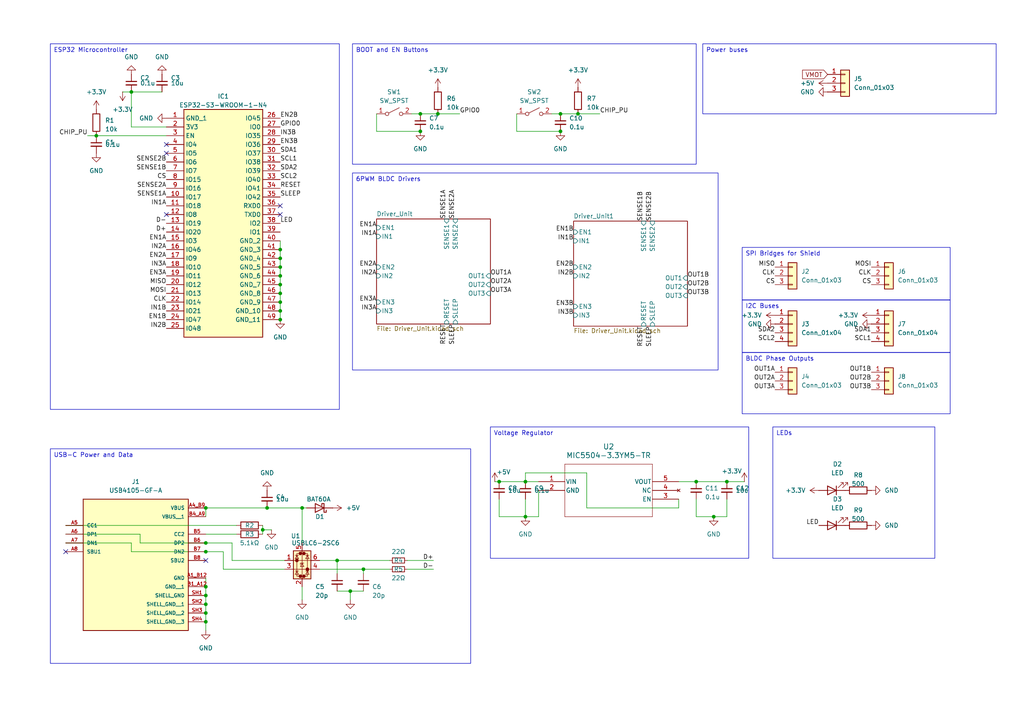
<source format=kicad_sch>
(kicad_sch (version 20250114) (generator "eeschema") (generator_version "9.0")
  (paper "A4")
  (lib_symbols
    (symbol "+3.3V_1" (power) (pin_numbers (hide yes)) (pin_names (offset 0) (hide yes))
      (property "Value" "+3.3V" (at 0 3.556 0))
      (symbol "+3.3V_1_0_1"
        (polyline (pts (xy -0.762 1.27) (xy 0 2.54)))
        (polyline (pts (xy 0 2.54) (xy 0.762 1.27)))
        (polyline (pts (xy 0 0) (xy 0 2.54)))
      )
      (symbol "+3.3V_1_1_1"
        (pin power_in line (at 0 0 90) (length 0) (name "~") (number "1"))
      )
    )
    (symbol "Connector_Generic:Conn_01x03" (pin_names (offset 1.016) (hide yes))
      (property "Reference" "J" (at 0 5.08 0))
      (property "Value" "Conn_01x03" (at 0 -5.08 0))
      (symbol "Conn_01x03_1_1"
        (rectangle (start -1.27 3.81) (end 1.27 -3.81) (stroke (width 0.254)) (fill (type background)))
        (rectangle (start -1.27 2.667) (end 0 2.413) (stroke (width 0.1524)))
        (rectangle (start -1.27 0.127) (end 0 -0.127) (stroke (width 0.1524)))
        (rectangle (start -1.27 -2.413) (end 0 -2.667) (stroke (width 0.1524)))
        (pin passive line (at -5.08 2.54 0) (length 3.81) (name "Pin_1") (number "1"))
        (pin passive line (at -5.08 0 0) (length 3.81) (name "Pin_2") (number "2"))
        (pin passive line (at -5.08 -2.54 0) (length 3.81) (name "Pin_3") (number "3"))
      )
    )
    (symbol "Connector_Generic:Conn_01x04" (pin_names (offset 1.016) (hide yes))
      (property "Reference" "J" (at 0 5.08 0))
      (property "Value" "Conn_01x04" (at 0 -7.62 0))
      (symbol "Conn_01x04_1_1"
        (rectangle (start -1.27 3.81) (end 1.27 -6.35) (stroke (width 0.254)) (fill (type background)))
        (rectangle (start -1.27 2.667) (end 0 2.413) (stroke (width 0.1524)))
        (rectangle (start -1.27 0.127) (end 0 -0.127) (stroke (width 0.1524)))
        (rectangle (start -1.27 -2.413) (end 0 -2.667) (stroke (width 0.1524)))
        (rectangle (start -1.27 -4.953) (end 0 -5.207) (stroke (width 0.1524)))
        (pin passive line (at -5.08 2.54 0) (length 3.81) (name "Pin_1") (number "1"))
        (pin passive line (at -5.08 0 0) (length 3.81) (name "Pin_2") (number "2"))
        (pin passive line (at -5.08 -2.54 0) (length 3.81) (name "Pin_3") (number "3"))
        (pin passive line (at -5.08 -5.08 0) (length 3.81) (name "Pin_4") (number "4"))
      )
    )
    (symbol "Device:C_Small" (pin_numbers (hide yes)) (pin_names (offset 0.254) (hide yes))
      (property "Reference" "C" (at 0.254 1.778 0))
      (property "Value" "C_Small" (at 0.254 -2.032 0))
      (symbol "C_Small_0_1"
        (polyline (pts (xy -1.524 0.508) (xy 1.524 0.508)) (stroke (width 0.3048)))
        (polyline (pts (xy -1.524 -0.508) (xy 1.524 -0.508)) (stroke (width 0.3302)))
      )
      (symbol "C_Small_1_1"
        (pin passive line (at 0 2.54 270) (length 2.032) (name "~") (number "1"))
        (pin passive line (at 0 -2.54 90) (length 2.032) (name "~") (number "2"))
      )
    )
    (symbol "Device:LED" (pin_numbers (hide yes)) (pin_names (offset 1.016) (hide yes))
      (property "Reference" "D" (at 0 2.54 0))
      (property "Value" "LED" (at 0 -2.54 0))
      (symbol "LED_0_1"
        (polyline (pts (xy -3.048 -0.762) (xy -4.572 -2.286) (xy -3.81 -2.286) (xy -4.572 -2.286) (xy -4.572 -1.524)))
        (polyline (pts (xy -1.778 -0.762) (xy -3.302 -2.286) (xy -2.54 -2.286) (xy -3.302 -2.286) (xy -3.302 -1.524)))
        (polyline (pts (xy -1.27 0) (xy 1.27 0)))
        (polyline (pts (xy -1.27 -1.27) (xy -1.27 1.27)) (stroke (width 0.254)))
        (polyline (pts (xy 1.27 -1.27) (xy 1.27 1.27) (xy -1.27 0) (xy 1.27 -1.27)) (stroke (width 0.254)))
      )
      (symbol "LED_1_1"
        (pin passive line (at -3.81 0 0) (length 2.54) (name "K") (number "1"))
        (pin passive line (at 3.81 0 180) (length 2.54) (name "A") (number "2"))
      )
    )
    (symbol "Device:R" (pin_numbers (hide yes)) (pin_names (offset 0))
      (property "Reference" "R" (at 2.032 0 90))
      (property "Value" "R" (at 0 0 90))
      (symbol "R_0_1"
        (rectangle (start -1.016 -2.54) (end 1.016 2.54) (stroke (width 0.254)))
      )
      (symbol "R_1_1"
        (pin passive line (at 0 3.81 270) (length 1.27) (name "~") (number "1"))
        (pin passive line (at 0 -3.81 90) (length 1.27) (name "~") (number "2"))
      )
    )
    (symbol "Device:R_Small" (pin_numbers (hide yes)) (pin_names (offset 0.254) (hide yes))
      (property "Reference" "R" (at 0 0 90))
      (property "Value" "R_Small" (at 1.778 0 90))
      (symbol "R_Small_0_1"
        (rectangle (start -0.762 1.778) (end 0.762 -1.778) (stroke (width 0.2032)))
      )
      (symbol "R_Small_1_1"
        (pin passive line (at 0 2.54 270) (length 0.762) (name "~") (number "1"))
        (pin passive line (at 0 -2.54 90) (length 0.762) (name "~") (number "2"))
      )
    )
    (symbol "Diode:BAT60A" (pin_numbers (hide yes)) (pin_names (offset 1.016) (hide yes))
      (property "Reference" "D" (at 0 2.54 0))
      (property "Value" "BAT60A" (at 0 -2.54 0))
      (symbol "BAT60A_0_1"
        (polyline (pts (xy -1.905 0.635) (xy -1.905 1.27) (xy -1.27 1.27) (xy -1.27 -1.27) (xy -0.635 -1.27) (xy -0.635 -0.635)) (stroke (width 0.254)))
        (polyline (pts (xy 1.27 1.27) (xy 1.27 -1.27) (xy -1.27 0) (xy 1.27 1.27)) (stroke (width 0.254)))
        (polyline (pts (xy 1.27 0) (xy -1.27 0)))
      )
      (symbol "BAT60A_1_1"
        (pin passive line (at -3.81 0 0) (length 2.54) (name "K") (number "1"))
        (pin passive line (at 3.81 0 180) (length 2.54) (name "A") (number "2"))
      )
    )
    (symbol "ESP32-S3-WROOM-1-N4:ESP32-S3-WROOM-1-N4"
      (property "Reference" "IC" (at 29.21 7.62 0))
      (property "Value" "ESP32-S3-WROOM-1-N4" (at 29.21 5.08 0))
      (symbol "ESP32-S3-WROOM-1-N4_1_1"
        (rectangle (start 5.08 2.54) (end 27.94 -63.5) (stroke (width 0.254)) (fill (type background)))
        (pin passive line (at 0 0 0) (length 5.08) (name "GND_1") (number "1"))
        (pin passive line (at 0 -2.54 0) (length 5.08) (name "3V3") (number "2"))
        (pin passive line (at 0 -5.08 0) (length 5.08) (name "EN") (number "3"))
        (pin passive line (at 0 -7.62 0) (length 5.08) (name "IO4") (number "4"))
        (pin passive line (at 0 -10.16 0) (length 5.08) (name "IO5") (number "5"))
        (pin passive line (at 0 -12.7 0) (length 5.08) (name "IO6") (number "6"))
        (pin passive line (at 0 -15.24 0) (length 5.08) (name "IO7") (number "7"))
        (pin passive line (at 0 -17.78 0) (length 5.08) (name "IO15") (number "8"))
        (pin passive line (at 0 -20.32 0) (length 5.08) (name "IO16") (number "9"))
        (pin passive line (at 0 -22.86 0) (length 5.08) (name "IO17") (number "10"))
        (pin passive line (at 0 -25.4 0) (length 5.08) (name "IO18") (number "11"))
        (pin passive line (at 0 -27.94 0) (length 5.08) (name "IO8") (number "12"))
        (pin passive line (at 0 -30.48 0) (length 5.08) (name "IO19") (number "13"))
        (pin passive line (at 0 -33.02 0) (length 5.08) (name "IO20") (number "14"))
        (pin passive line (at 0 -35.56 0) (length 5.08) (name "IO3") (number "15"))
        (pin passive line (at 0 -38.1 0) (length 5.08) (name "IO46") (number "16"))
        (pin passive line (at 0 -40.64 0) (length 5.08) (name "IO9") (number "17"))
        (pin passive line (at 0 -43.18 0) (length 5.08) (name "IO10") (number "18"))
        (pin passive line (at 0 -45.72 0) (length 5.08) (name "IO11") (number "19"))
        (pin passive line (at 0 -48.26 0) (length 5.08) (name "IO12") (number "20"))
        (pin passive line (at 0 -50.8 0) (length 5.08) (name "IO13") (number "21"))
        (pin passive line (at 0 -53.34 0) (length 5.08) (name "IO14") (number "22"))
        (pin passive line (at 0 -55.88 0) (length 5.08) (name "IO21") (number "23"))
        (pin passive line (at 0 -58.42 0) (length 5.08) (name "IO47") (number "24"))
        (pin passive line (at 0 -60.96 0) (length 5.08) (name "IO48") (number "25"))
        (pin passive line (at 33.02 0 180) (length 5.08) (name "IO45") (number "26"))
        (pin passive line (at 33.02 -2.54 180) (length 5.08) (name "IO0") (number "27"))
        (pin passive line (at 33.02 -5.08 180) (length 5.08) (name "IO35") (number "28"))
        (pin passive line (at 33.02 -7.62 180) (length 5.08) (name "IO36") (number "29"))
        (pin passive line (at 33.02 -10.16 180) (length 5.08) (name "IO37") (number "30"))
        (pin passive line (at 33.02 -12.7 180) (length 5.08) (name "IO38") (number "31"))
        (pin passive line (at 33.02 -15.24 180) (length 5.08) (name "IO39") (number "32"))
        (pin passive line (at 33.02 -17.78 180) (length 5.08) (name "IO40") (number "33"))
        (pin passive line (at 33.02 -20.32 180) (length 5.08) (name "IO41") (number "34"))
        (pin passive line (at 33.02 -22.86 180) (length 5.08) (name "IO42") (number "35"))
        (pin passive line (at 33.02 -25.4 180) (length 5.08) (name "RXD0") (number "36"))
        (pin passive line (at 33.02 -27.94 180) (length 5.08) (name "TXD0") (number "37"))
        (pin passive line (at 33.02 -30.48 180) (length 5.08) (name "IO2") (number "38"))
        (pin passive line (at 33.02 -33.02 180) (length 5.08) (name "IO1") (number "39"))
        (pin passive line (at 33.02 -35.56 180) (length 5.08) (name "GND_2") (number "40"))
        (pin passive line (at 33.02 -38.1 180) (length 5.08) (name "GND_3") (number "41"))
        (pin passive line (at 33.02 -40.64 180) (length 5.08) (name "GND_4") (number "42"))
        (pin passive line (at 33.02 -43.18 180) (length 5.08) (name "GND_5") (number "43"))
        (pin passive line (at 33.02 -45.72 180) (length 5.08) (name "GND_6") (number "44"))
        (pin passive line (at 33.02 -48.26 180) (length 5.08) (name "GND_7") (number "45"))
        (pin passive line (at 33.02 -50.8 180) (length 5.08) (name "GND_8") (number "46"))
        (pin passive line (at 33.02 -53.34 180) (length 5.08) (name "GND_9") (number "47"))
        (pin passive line (at 33.02 -55.88 180) (length 5.08) (name "GND_10") (number "48"))
        (pin passive line (at 33.02 -58.42 180) (length 5.08) (name "GND_11") (number "49"))
      )
    )
    (symbol "GND_1" (power) (pin_numbers (hide yes)) (pin_names (offset 0) (hide yes))
      (property "Value" "GND" (at 0 -3.81 0))
      (symbol "GND_1_0_1"
        (polyline (pts (xy 0 0) (xy 0 -1.27) (xy 1.27 -1.27) (xy 0 -2.54) (xy -1.27 -1.27) (xy 0 -1.27)))
      )
      (symbol "GND_1_1_1"
        (pin power_in line (at 0 0 270) (length 0) (name "~") (number "1"))
      )
    )
    (symbol "GND_2" (power) (pin_numbers (hide yes)) (pin_names (offset 0) (hide yes))
      (property "Value" "GND" (at 0 -3.81 0))
      (symbol "GND_2_0_1"
        (polyline (pts (xy 0 0) (xy 0 -1.27) (xy 1.27 -1.27) (xy 0 -2.54) (xy -1.27 -1.27) (xy 0 -1.27)))
      )
      (symbol "GND_2_1_1"
        (pin power_in line (at 0 0 270) (length 0) (name "~") (number "1"))
      )
    )
    (symbol "GND_3" (power) (pin_numbers (hide yes)) (pin_names (offset 0) (hide yes))
      (property "Value" "GND" (at 0 -3.81 0))
      (symbol "GND_3_0_1"
        (polyline (pts (xy 0 0) (xy 0 -1.27) (xy 1.27 -1.27) (xy 0 -2.54) (xy -1.27 -1.27) (xy 0 -1.27)))
      )
      (symbol "GND_3_1_1"
        (pin power_in line (at 0 0 270) (length 0) (name "~") (number "1"))
      )
    )
    (symbol "GND_4" (power) (pin_numbers (hide yes)) (pin_names (offset 0) (hide yes))
      (property "Value" "GND" (at 0 -3.81 0))
      (symbol "GND_4_0_1"
        (polyline (pts (xy 0 0) (xy 0 -1.27) (xy 1.27 -1.27) (xy 0 -2.54) (xy -1.27 -1.27) (xy 0 -1.27)))
      )
      (symbol "GND_4_1_1"
        (pin power_in line (at 0 0 270) (length 0) (name "~") (number "1"))
      )
    )
    (symbol "MIC5504:MIC5504-3.3YM5-TR" (pin_names (offset 0.254))
      (property "Reference" "U" (at 20.32 10.16 0))
      (property "Value" "MIC5504-3.3YM5-TR" (at 20.32 7.62 0))
      (symbol "MIC5504-3.3YM5-TR_0_1"
        (polyline (pts (xy 7.62 5.08) (xy 7.62 -10.16)) (stroke (width 0.127)))
        (polyline (pts (xy 7.62 -10.16) (xy 33.02 -10.16)) (stroke (width 0.127)))
        (polyline (pts (xy 33.02 5.08) (xy 7.62 5.08)) (stroke (width 0.127)))
        (polyline (pts (xy 33.02 -10.16) (xy 33.02 5.08)) (stroke (width 0.127)))
        (pin input line (at 0 0 0) (length 7.62) (name "VIN") (number "1"))
        (pin power_in line (at 0 -2.54 0) (length 7.62) (name "GND") (number "2"))
        (pin output line (at 40.64 0 180) (length 7.62) (name "VOUT") (number "5"))
        (pin no_connect line (at 40.64 -2.54 180) (length 7.62) (name "NC") (number "4"))
        (pin input line (at 40.64 -5.08 180) (length 7.62) (name "EN") (number "3"))
      )
    )
    (symbol "Power_Protection:USBLC6-2SC6" (pin_names (hide yes))
      (property "Reference" "U" (at 0.635 5.715 0))
      (property "Value" "USBLC6-2SC6" (at 0.635 3.81 0))
      (symbol "USBLC6-2SC6_0_0"
        (circle (center -1.524 0) (radius 0.0001) (stroke (width 0.508)))
        (circle (center -0.508 2.032) (radius 0.0001) (stroke (width 0.508)))
        (circle (center -0.508 -4.572) (radius 0.0001) (stroke (width 0.508)))
        (circle (center 0.508 2.032) (radius 0.0001) (stroke (width 0.508)))
        (circle (center 0.508 -4.572) (radius 0.0001) (stroke (width 0.508)))
        (circle (center 1.524 -2.54) (radius 0.0001) (stroke (width 0.508)))
      )
      (symbol "USBLC6-2SC6_0_1"
        (polyline (pts (xy -2.54 0) (xy 2.54 0)))
        (polyline (pts (xy -2.54 -2.54) (xy 2.54 -2.54)))
        (polyline (pts (xy -2.032 0.508) (xy -1.016 0.508) (xy -1.524 1.524) (xy -2.032 0.508)))
        (polyline (pts (xy -2.032 -3.048) (xy -1.016 -3.048)))
        (polyline (pts (xy -1.016 1.524) (xy -2.032 1.524)))
        (polyline (pts (xy -1.016 -4.064) (xy -2.032 -4.064) (xy -1.524 -3.048) (xy -1.016 -4.064)))
        (polyline (pts (xy -0.508 -1.143) (xy -0.508 -0.762) (xy 0.508 -0.762)))
        (polyline (pts (xy 0 2.54) (xy -0.508 2.032) (xy 0.508 2.032) (xy 0 1.524) (xy 0 -4.064) (xy -0.508 -4.572) (xy 0.508 -4.572) (xy 0 -5.08)))
        (polyline (pts (xy 0.508 -1.778) (xy -0.508 -1.778) (xy 0 -0.762) (xy 0.508 -1.778)))
        (polyline (pts (xy 1.016 1.524) (xy 2.032 1.524)))
        (polyline (pts (xy 1.016 -3.048) (xy 2.032 -3.048)))
        (polyline (pts (xy 2.032 0.508) (xy 1.016 0.508) (xy 1.524 1.524) (xy 2.032 0.508)))
        (polyline (pts (xy 2.032 -4.064) (xy 1.016 -4.064) (xy 1.524 -3.048) (xy 2.032 -4.064)))
      )
      (symbol "USBLC6-2SC6_1_1"
        (rectangle (start -2.54 2.794) (end 2.54 -5.334) (stroke (width 0.254)) (fill (type background)))
        (polyline (pts (xy -0.508 2.032) (xy -1.524 2.032) (xy -1.524 -4.572) (xy -0.508 -4.572)))
        (polyline (pts (xy 0.508 -4.572) (xy 1.524 -4.572) (xy 1.524 2.032) (xy 0.508 2.032)))
        (pin passive line (at -5.08 0 0) (length 2.54) (name "I/O1") (number "1"))
        (pin passive line (at -5.08 -2.54 0) (length 2.54) (name "I/O2") (number "3"))
        (pin passive line (at 0 5.08 270) (length 2.54) (name "VBUS") (number "5"))
        (pin passive line (at 0 -7.62 90) (length 2.54) (name "GND") (number "2"))
        (pin passive line (at 5.08 0 180) (length 2.54) (name "I/O1") (number "6"))
        (pin passive line (at 5.08 -2.54 180) (length 2.54) (name "I/O2") (number "4"))
      )
    )
    (symbol "Switch:SW_SPST" (pin_names (offset 0) (hide yes))
      (property "Reference" "SW" (at 0 3.175 0))
      (property "Value" "SW_SPST" (at 0 -2.54 0))
      (symbol "SW_SPST_0_0"
        (circle (center -2.032 0) (radius 0.508))
        (polyline (pts (xy -1.524 0.254) (xy 1.524 1.778)))
        (circle (center 2.032 0) (radius 0.508))
      )
      (symbol "SW_SPST_1_1"
        (pin passive line (at -5.08 0 0) (length 2.54) (name "A") (number "1"))
        (pin passive line (at 5.08 0 180) (length 2.54) (name "B") (number "2"))
      )
    )
    (symbol "USB4105-GF-A:USB4105-GF-A" (pin_names (offset 1.016))
      (property "Reference" "J" (at -15.24 13.97 0))
      (property "Value" "USB4105-GF-A" (at -15.24 -27.94 0))
      (symbol "USB4105-GF-A_0_0"
        (rectangle (start -15.24 -25.4) (end 15.24 12.7) (stroke (width 0.254)) (fill (type background)))
        (pin bidirectional line (at -20.32 5.08 0) (length 5.08) (name "CC1") (number "A5"))
        (pin bidirectional line (at -20.32 2.54 0) (length 5.08) (name "DP1") (number "A6"))
        (pin bidirectional line (at -20.32 0 0) (length 5.08) (name "DN1") (number "A7"))
        (pin bidirectional line (at -20.32 -2.54 0) (length 5.08) (name "SBU1") (number "A8"))
        (pin power_in line (at 20.32 10.16 180) (length 5.08) (name "VBUS") (number "A4_B9"))
        (pin power_in line (at 20.32 7.62 180) (length 5.08) (name "VBUS__1") (number "B4_A9"))
        (pin bidirectional line (at 20.32 2.54 180) (length 5.08) (name "CC2") (number "B5"))
        (pin bidirectional line (at 20.32 0 180) (length 5.08) (name "DP2") (number "B6"))
        (pin bidirectional line (at 20.32 -2.54 180) (length 5.08) (name "DN2") (number "B7"))
        (pin bidirectional line (at 20.32 -5.08 180) (length 5.08) (name "SBU2") (number "B8"))
        (pin power_in line (at 20.32 -10.16 180) (length 5.08) (name "GND") (number "A1_B12"))
        (pin power_in line (at 20.32 -12.7 180) (length 5.08) (name "GND__1") (number "B1_A12"))
        (pin power_in line (at 20.32 -15.24 180) (length 5.08) (name "SHELL_GND") (number "SH1"))
        (pin power_in line (at 20.32 -17.78 180) (length 5.08) (name "SHELL_GND__1") (number "SH2"))
        (pin power_in line (at 20.32 -20.32 180) (length 5.08) (name "SHELL_GND__2") (number "SH3"))
        (pin power_in line (at 20.32 -22.86 180) (length 5.08) (name "SHELL_GND__3") (number "SH4"))
      )
    )
    (symbol "power:+3.3V" (power) (pin_numbers (hide yes)) (pin_names (offset 0) (hide yes))
      (property "Value" "+3.3V" (at 0 3.556 0))
      (symbol "+3.3V_0_1"
        (polyline (pts (xy -0.762 1.27) (xy 0 2.54)))
        (polyline (pts (xy 0 2.54) (xy 0.762 1.27)))
        (polyline (pts (xy 0 0) (xy 0 2.54)))
      )
      (symbol "+3.3V_1_1"
        (pin power_in line (at 0 0 90) (length 0) (name "~") (number "1"))
      )
    )
    (symbol "power:+5V" (power) (pin_numbers (hide yes)) (pin_names (offset 0) (hide yes))
      (property "Value" "+5V" (at 0 3.556 0))
      (symbol "+5V_0_1"
        (polyline (pts (xy -0.762 1.27) (xy 0 2.54)))
        (polyline (pts (xy 0 2.54) (xy 0.762 1.27)))
        (polyline (pts (xy 0 0) (xy 0 2.54)))
      )
      (symbol "+5V_1_1"
        (pin power_in line (at 0 0 90) (length 0) (name "~") (number "1"))
      )
    )
    (symbol "power:GND" (power) (pin_numbers (hide yes)) (pin_names (offset 0) (hide yes))
      (property "Value" "GND" (at 0 -3.81 0))
      (symbol "GND_0_1"
        (polyline (pts (xy 0 0) (xy 0 -1.27) (xy 1.27 -1.27) (xy 0 -2.54) (xy -1.27 -1.27) (xy 0 -1.27)))
      )
      (symbol "GND_1_1"
        (pin power_in line (at 0 0 270) (length 0) (name "~") (number "1"))
      )
    )
  )
  (text_box "BLDC Phase Outputs" (at 215.265 102.235 0) (size 60.325 17.78) (margins 0.9525 0.9525 0.9525 0.9525) (effects (font (size 1.27 1.27)) (justify left top)))
  (text_box "SPI Bridges for Shield" (at 215.265 71.755 0) (size 60.325 15.24) (margins 0.9525 0.9525 0.9525 0.9525) (effects (font (size 1.27 1.27)) (justify left top)))
  (text_box "I2C Buses" (at 215.265 86.995 0) (size 60.325 15.24) (margins 0.9525 0.9525 0.9525 0.9525) (effects (font (size 1.27 1.27)) (justify left top)))
  (text_box "Voltage Regulator" (at 142.24 123.825 0) (size 74.93 38.1) (margins 0.9525 0.9525 0.9525 0.9525) (effects (font (size 1.27 1.27)) (justify left top)))
  (text_box "LEDs" (at 224.155 123.825 0) (size 46.99 38.1) (margins 0.9525 0.9525 0.9525 0.9525) (effects (font (size 1.27 1.27)) (justify left top)))
  (text_box "ESP32 Microcontroller" (at 14.605 12.7 0) (size 83.82 106.045) (margins 0.9525 0.9525 0.9525 0.9525) (effects (font (size 1.27 1.27)) (justify left top)))
  (text_box "BOOT and EN Buttons" (at 102.235 12.7 0) (size 99.695 34.925) (margins 0.9525 0.9525 0.9525 0.9525) (effects (font (size 1.27 1.27)) (justify left top)))
  (text_box "Power buses" (at 203.835 12.7 0) (size 85.09 20.32) (margins 0.9525 0.9525 0.9525 0.9525) (effects (font (size 1.27 1.27)) (justify left top)))
  (text_box "6PWM BLDC Drivers" (at 102.235 50.165 0) (size 106.045 57.15) (margins 0.9525 0.9525 0.9525 0.9525) (effects (font (size 1.27 1.27)) (justify left top)))
  (text_box "USB-C Power and Data" (at 14.605 130.175 0) (size 121.92 62.23) (margins 0.9525 0.9525 0.9525 0.9525) (effects (font (size 1.27 1.27)) (justify left top)))
  (junction (at 152.4 139.7))
  (junction (at 207.01 149.86))
  (junction (at 127 33.02))
  (junction (at 59.69 177.8))
  (junction (at 152.4 149.86))
  (junction (at 27.94 39.37))
  (junction (at 87.63 147.32))
  (junction (at 105.41 165.1))
  (junction (at 77.47 147.32))
  (junction (at 76.2 153.67))
  (junction (at 59.69 180.34))
  (junction (at 97.79 162.56))
  (junction (at 38.1 26.67))
  (junction (at 81.28 82.55))
  (junction (at 59.69 147.32))
  (junction (at 210.82 139.7))
  (junction (at 121.92 38.1))
  (junction (at 81.28 87.63))
  (junction (at 81.28 80.01))
  (junction (at 81.28 74.93))
  (junction (at 81.28 90.17))
  (junction (at 59.69 157.48))
  (junction (at 59.69 170.18))
  (junction (at 81.28 72.39))
  (junction (at 59.69 175.26))
  (junction (at 101.6 171.45))
  (junction (at 59.69 172.72))
  (junction (at 201.93 139.7))
  (junction (at 121.92 33.02))
  (junction (at 59.69 160.02))
  (junction (at 162.56 33.02))
  (junction (at 144.78 139.7))
  (junction (at 81.28 85.09))
  (junction (at 167.64 33.02))
  (junction (at 162.56 38.1))
  (junction (at 81.28 77.47))
  (junction (at 81.28 92.71))
  (no_connect (at 19.05 160.02))
  (no_connect (at 59.69 162.56))
  (no_connect (at 81.28 59.69))
  (no_connect (at 48.26 62.23))
  (no_connect (at 81.28 62.23))
  (no_connect (at 48.26 41.91))
  (no_connect (at 48.26 44.45))
  (wire (pts (xy 19.05 152.4) (xy 68.58 152.4)))
  (wire (pts (xy 119.38 33.02) (xy 121.92 33.02)))
  (wire (pts (xy 81.28 90.17) (xy 81.28 92.71)))
  (wire (pts (xy 207.01 149.86) (xy 210.82 149.86)))
  (wire (pts (xy 81.28 77.47) (xy 81.28 80.01)))
  (wire (pts (xy 170.18 147.32) (xy 170.18 137.16)))
  (wire (pts (xy 109.22 38.1) (xy 121.92 38.1)))
  (wire (pts (xy 40.64 154.94) (xy 40.64 157.48)))
  (wire (pts (xy 81.28 85.09) (xy 81.28 87.63)))
  (wire (pts (xy 77.47 147.32) (xy 87.63 147.32)))
  (wire (pts (xy 196.85 147.32) (xy 170.18 147.32)))
  (wire (pts (xy 152.4 144.78) (xy 152.4 149.86)))
  (wire (pts (xy 105.41 165.1) (xy 113.03 165.1)))
  (wire (pts (xy 76.2 153.67) (xy 78.74 153.67)))
  (wire (pts (xy 170.18 137.16) (xy 152.4 137.16)))
  (wire (pts (xy 59.69 147.32) (xy 77.47 147.32)))
  (wire (pts (xy 27.94 39.37) (xy 48.26 39.37)))
  (wire (pts (xy 92.71 162.56) (xy 97.79 162.56)))
  (wire (pts (xy 19.05 157.48) (xy 38.1 157.48)))
  (wire (pts (xy 97.79 162.56) (xy 113.03 162.56)))
  (wire (pts (xy 149.86 33.02) (xy 149.86 38.1)))
  (wire (pts (xy 81.28 80.01) (xy 81.28 82.55)))
  (wire (pts (xy 67.31 162.56) (xy 82.55 162.56)))
  (wire (pts (xy 87.63 147.32) (xy 87.63 157.48)))
  (wire (pts (xy 97.79 162.56) (xy 97.79 166.37)))
  (wire (pts (xy 201.93 139.7) (xy 210.82 139.7)))
  (wire (pts (xy 144.78 144.78) (xy 144.78 149.86)))
  (wire (pts (xy 144.78 149.86) (xy 152.4 149.86)))
  (wire (pts (xy 87.63 173.99) (xy 87.63 170.18)))
  (wire (pts (xy 210.82 139.7) (xy 215.9 139.7)))
  (wire (pts (xy 59.69 157.48) (xy 67.31 157.48)))
  (wire (pts (xy 81.28 82.55) (xy 81.28 85.09)))
  (wire (pts (xy 67.31 162.56) (xy 67.31 157.48)))
  (wire (pts (xy 162.56 33.02) (xy 167.64 33.02)))
  (wire (pts (xy 59.69 154.94) (xy 68.58 154.94)))
  (wire (pts (xy 76.2 153.67) (xy 76.2 154.94)))
  (wire (pts (xy 105.41 165.1) (xy 105.41 166.37)))
  (wire (pts (xy 59.69 177.8) (xy 59.69 180.34)))
  (wire (pts (xy 25.4 39.37) (xy 27.94 39.37)))
  (wire (pts (xy 59.69 180.34) (xy 59.69 182.88)))
  (wire (pts (xy 87.63 147.32) (xy 88.9 147.32)))
  (wire (pts (xy 59.69 160.02) (xy 64.77 160.02)))
  (wire (pts (xy 149.86 38.1) (xy 162.56 38.1)))
  (wire (pts (xy 152.4 137.16) (xy 152.4 139.7)))
  (wire (pts (xy 144.78 139.7) (xy 152.4 139.7)))
  (wire (pts (xy 59.69 175.26) (xy 59.69 177.8)))
  (wire (pts (xy 59.69 167.64) (xy 59.69 170.18)))
  (wire (pts (xy 35.56 26.67) (xy 38.1 26.67)))
  (wire (pts (xy 40.64 157.48) (xy 59.69 157.48)))
  (wire (pts (xy 196.85 147.32) (xy 196.85 144.78)))
  (wire (pts (xy 38.1 160.02) (xy 59.69 160.02)))
  (wire (pts (xy 76.2 152.4) (xy 76.2 153.67)))
  (wire (pts (xy 38.1 36.83) (xy 48.26 36.83)))
  (wire (pts (xy 38.1 26.67) (xy 46.99 26.67)))
  (wire (pts (xy 64.77 165.1) (xy 82.55 165.1)))
  (wire (pts (xy 38.1 157.48) (xy 38.1 160.02)))
  (wire (pts (xy 19.05 154.94) (xy 40.64 154.94)))
  (wire (pts (xy 81.28 69.85) (xy 81.28 72.39)))
  (wire (pts (xy 81.28 74.93) (xy 81.28 77.47)))
  (wire (pts (xy 64.77 165.1) (xy 64.77 160.02)))
  (wire (pts (xy 59.69 172.72) (xy 59.69 175.26)))
  (wire (pts (xy 92.71 165.1) (xy 105.41 165.1)))
  (wire (pts (xy 121.92 33.02) (xy 127 33.02)))
  (wire (pts (xy 143.51 139.7) (xy 144.78 139.7)))
  (wire (pts (xy 97.79 171.45) (xy 101.6 171.45)))
  (wire (pts (xy 59.69 170.18) (xy 59.69 172.72)))
  (wire (pts (xy 201.93 144.78) (xy 201.93 149.86)))
  (wire (pts (xy 196.85 139.7) (xy 201.93 139.7)))
  (wire (pts (xy 118.11 165.1) (xy 125.73 165.1)))
  (wire (pts (xy 210.82 144.78) (xy 210.82 149.86)))
  (wire (pts (xy 118.11 162.56) (xy 125.73 162.56)))
  (wire (pts (xy 81.28 72.39) (xy 81.28 74.93)))
  (wire (pts (xy 152.4 139.7) (xy 156.21 139.7)))
  (wire (pts (xy 101.6 171.45) (xy 105.41 171.45)))
  (wire (pts (xy 101.6 171.45) (xy 101.6 173.99)))
  (wire (pts (xy 160.02 33.02) (xy 162.56 33.02)))
  (wire (pts (xy 201.93 149.86) (xy 207.01 149.86)))
  (wire (pts (xy 127 33.02) (xy 133.35 33.02)))
  (wire (pts (xy 156.21 149.86) (xy 152.4 149.86)))
  (wire (pts (xy 38.1 26.67) (xy 38.1 36.83)))
  (wire (pts (xy 167.64 33.02) (xy 173.99 33.02)))
  (wire (pts (xy 156.21 142.24) (xy 156.21 149.86)))
  (wire (pts (xy 59.69 147.32) (xy 59.69 149.86)))
  (wire (pts (xy 109.22 33.02) (xy 109.22 38.1)))
  (wire (pts (xy 81.28 87.63) (xy 81.28 90.17)))
  (label "CS" (at 48.26 52.07 180))
  (label "CHIP_PU" (at 25.4 39.37 180))
  (label "SDA2" (at 81.28 49.53 0))
  (label "CS" (at 252.73 82.55 180))
  (label "EN3A" (at 48.26 80.01 180))
  (label "D+" (at 125.73 162.56 180))
  (label "CS" (at 224.79 82.55 180))
  (label "EN1B" (at 48.26 92.71 180))
  (label "IN1A" (at 48.26 59.69 180))
  (label "D-" (at 48.26 64.77 180))
  (label "OUT1B" (at 252.73 107.95 180))
  (label "SENSE1A" (at 48.26 57.15 180))
  (label "EN1A" (at 48.26 69.85 180))
  (label "OUT2A" (at 224.79 110.49 180))
  (label "SCL2" (at 81.28 52.07 0))
  (label "SENSE1B" (at 48.26 49.53 180))
  (label "SDA1" (at 252.73 96.52 180))
  (label "CLK" (at 48.26 87.63 180))
  (label "IN2A" (at 48.26 72.39 180))
  (label "LED" (at 81.28 64.77 0))
  (label "SCL2" (at 224.79 99.06 180))
  (label "EN1B" (at 166.37 67.31 180))
  (label "EN1A" (at 109.22 66.04 180))
  (label "D+" (at 48.26 67.31 180))
  (label "GPIO0" (at 133.35 33.02 0))
  (label "EN3A" (at 109.22 87.63 180))
  (label "EN3B" (at 81.28 41.91 0))
  (label "EN2A" (at 109.22 77.47 180))
  (label "LED" (at 237.49 152.4 180))
  (label "OUT3B" (at 199.39 85.725 0))
  (label "MOSI" (at 252.73 77.47 180))
  (label "IN1A" (at 109.22 68.58 180))
  (label "CLK" (at 252.73 80.01 180))
  (label "CLK" (at 224.79 80.01 180))
  (label "SDA1" (at 81.28 44.45 0))
  (label "OUT1B" (at 199.39 80.645 0))
  (label "D-" (at 125.73 165.1 180))
  (label "EN2B" (at 81.28 34.29 0))
  (label "SENSE2A" (at 48.26 54.61 180))
  (label "SENSE1A" (at 129.54 63.5 90))
  (label "OUT3A" (at 224.79 113.03 180))
  (label "SDA2" (at 224.79 96.52 180))
  (label "RESET" (at 81.28 54.61 0))
  (label "SCL1" (at 81.28 46.99 0))
  (label "EN2B" (at 166.37 77.47 180))
  (label "RESET" (at 186.69 94.615 270))
  (label "EN3B" (at 166.37 88.9 180))
  (label "OUT2B" (at 252.73 110.49 180))
  (label "IN3A" (at 48.26 77.47 180))
  (label "SENSE2A" (at 132.08 63.5 90))
  (label "MOSI" (at 48.26 85.09 180))
  (label "SENSE2B" (at 48.26 46.99 180))
  (label "OUT2B" (at 199.39 83.185 0))
  (label "OUT2A" (at 142.24 82.55 0))
  (label "OUT3A" (at 142.24 85.09 0))
  (label "MISO" (at 224.79 77.47 180))
  (label "IN3B" (at 81.28 39.37 0))
  (label "IN3B" (at 166.37 91.44 180))
  (label "SLEEP" (at 189.23 94.615 270))
  (label "SENSE2B" (at 189.23 64.135 90))
  (label "IN2B" (at 48.26 95.25 180))
  (label "EN2A" (at 48.26 74.93 180))
  (label "SLEEP" (at 132.08 93.98 270))
  (label "OUT1A" (at 142.24 80.01 0))
  (label "OUT1A" (at 224.79 107.95 180))
  (label "SCL1" (at 252.73 99.06 180))
  (label "SLEEP" (at 81.28 57.15 0))
  (label "SENSE1B" (at 186.69 64.135 90))
  (label "IN2B" (at 166.37 80.01 180))
  (label "MISO" (at 48.26 82.55 180))
  (label "OUT3B" (at 252.73 113.03 180))
  (label "CHIP_PU" (at 173.99 33.02 0))
  (label "IN2A" (at 109.22 80.01 180))
  (label "IN1B" (at 48.26 90.17 180))
  (label "IN1B" (at 166.37 69.85 180))
  (label "RESET" (at 129.54 93.98 270))
  (label "GPIO0" (at 81.28 36.83 0))
  (label "IN3A" (at 109.22 90.17 180))
  (global_label "VMOT" (shape input) (at 240.03 21.59 180) (property "Intersheetrefs" "${INTERSHEET_REFS}" (effects (hide yes))))
  (symbol (lib_id "Device:R") (at 248.92 142.24 90) (unit 1)
    (property "Reference" "R8" (at 248.92 137.795 90))
    (property "Value" "500" (at 248.92 140.335 90))
    (property "Footprint" "Resistor_SMD:R_0402_1005Metric" (effects (hide yes)))
  )
  (symbol (lib_id "power:+3.3V") (at 224.79 91.44 90) (unit 1)
    (property "Reference" "#PWR022" (effects (hide yes)))
    (property "Value" "+3.3V" (at 220.98 91.4399 90) (effects (justify left)))
    (property "Description" "Power symbol creates a global label with name \"+3.3V\"" (effects (hide yes)))
  )
  (symbol (lib_id "Device:C_Small") (at 46.99 24.13 0) (unit 1)
    (property "Reference" "C3" (at 49.53 22.606 0) (effects (justify left)))
    (property "Value" "10u" (at 49.53 24.13 0) (effects (justify left)))
    (property "Footprint" "Capacitor_SMD:C_0805_2012Metric" (effects (hide yes)))
  )
  (symbol (lib_id "power:+5V") (at 240.03 24.13 90) (unit 1)
    (property "Reference" "#PWR025" (effects (hide yes)))
    (property "Value" "+5V" (at 236.22 24.1299 90) (effects (justify left)))
    (property "Description" "Power symbol creates a global label with name \"+5V\"" (effects (hide yes)))
  )
  (symbol (lib_id "Device:C_Small") (at 77.47 144.78 0) (unit 1)
    (property "Reference" "C4" (at 80.01 144.1513 0) (effects (justify left)))
    (property "Value" "10u" (at 80.01 144.78 0) (effects (justify left)))
    (property "Footprint" "Capacitor_SMD:C_0805_2012Metric" (effects (hide yes)))
  )
  (symbol (lib_id "Connector_Generic:Conn_01x03") (at 245.11 24.13 0) (unit 1)
    (property "Reference" "J5" (at 247.65 22.8599 0) (effects (justify left)))
    (property "Value" "Conn_01x03" (at 247.65 25.3999 0) (effects (justify left)))
    (property "Footprint" "Connector_PinHeader_2.54mm:PinHeader_1x03_P2.54mm_Vertical" (effects (hide yes)))
    (property "Description" "Generic connector, single row, 01x03, script generated (kicad-library-utils/schlib/autogen/connector/)" (effects (hide yes)))
  )
  (symbol (lib_id "Connector_Generic:Conn_01x03") (at 229.87 110.49 0) (unit 1)
    (property "Reference" "J4" (at 232.41 109.2199 0) (effects (justify left)))
    (property "Value" "Conn_01x03" (at 232.41 111.7599 0) (effects (justify left)))
    (property "Footprint" "Connector_PinHeader_2.54mm:PinHeader_1x03_P2.54mm_Horizontal" (effects (hide yes)))
    (property "Description" "Generic connector, single row, 01x03, script generated (kicad-library-utils/schlib/autogen/connector/)" (effects (hide yes)))
  )
  (symbol (lib_id "MIC5504:MIC5504-3.3YM5-TR") (at 156.21 139.7 0) (unit 1)
    (property "Reference" "U2" (at 176.53 129.54 0) (effects (font (size 1.524 1.524))))
    (property "Value" "MIC5504-3.3YM5-TR" (at 176.53 132.08 0) (effects (font (size 1.524 1.524))))
    (property "Footprint" "Touchstone:SOT-23-5_MC_MCH" (effects (hide yes)))
    (property "Datasheet" "MIC5504-3.3YM5-TR" (effects (hide yes)))
  )
  (symbol (lib_id "Connector_Generic:Conn_01x03") (at 229.87 80.01 0) (unit 1)
    (property "Reference" "J2" (at 232.41 78.7399 0) (effects (justify left)))
    (property "Value" "Conn_01x03" (at 232.41 81.2799 0) (effects (justify left)))
    (property "Footprint" "Connector_PinHeader_2.54mm:PinHeader_1x03_P2.54mm_Vertical" (effects (hide yes)))
    (property "Description" "Generic connector, single row, 01x03, script generated (kicad-library-utils/schlib/autogen/connector/)" (effects (hide yes)))
  )
  (symbol (lib_name "GND_2") (lib_id "power:GND") (at 78.74 153.67 0) (unit 1)
    (property "Reference" "#PWR09" (effects (hide yes)))
    (property "Value" "GND" (at 78.74 158.75 0))
    (property "Description" "Power symbol creates a global label with name \"GND\" , ground" (effects (hide yes)))
  )
  (symbol (lib_id "Device:R") (at 127 29.21 0) (unit 1)
    (property "Reference" "R6" (at 129.54 28.575 0) (effects (justify left)))
    (property "Value" "10k" (at 129.54 31.115 0) (effects (justify left)))
    (property "Footprint" "Resistor_SMD:R_0402_1005Metric" (effects (hide yes)))
  )
  (symbol (lib_id "power:GND") (at 252.73 93.98 270) (unit 1)
    (property "Reference" "#PWR028" (effects (hide yes)))
    (property "Value" "GND" (at 248.92 93.9799 90) (effects (justify right)))
    (property "Description" "Power symbol creates a global label with name \"GND\" , ground" (effects (hide yes)))
  )
  (symbol (lib_name "GND_1") (lib_id "power:GND") (at 81.28 92.71 0) (unit 1)
    (property "Reference" "#PWR010" (effects (hide yes)))
    (property "Value" "GND" (at 81.28 97.79 0))
    (property "Description" "Power symbol creates a global label with name \"GND\" , ground" (effects (hide yes)))
  )
  (symbol (lib_name "GND_1") (lib_id "power:GND") (at 38.1 21.59 180) (unit 1)
    (property "Reference" "#PWR04" (effects (hide yes)))
    (property "Value" "GND" (at 38.1 16.51 0))
    (property "Description" "Power symbol creates a global label with name \"GND\" , ground" (effects (hide yes)))
  )
  (symbol (lib_id "Device:C_Small") (at 38.1 24.13 0) (unit 1)
    (property "Reference" "C2" (at 40.64 22.606 0) (effects (justify left)))
    (property "Value" "0.1u" (at 40.64 24.13 0) (effects (justify left)))
    (property "Footprint" "Capacitor_SMD:C_0402_1005Metric" (effects (hide yes)))
  )
  (symbol (lib_id "USB4105-GF-A:USB4105-GF-A") (at 39.37 157.48 0) (unit 1)
    (property "Reference" "J1" (at 39.37 139.7 0))
    (property "Value" "USB4105-GF-A" (at 39.37 142.24 0))
    (property "Footprint" "Touchstone:GCT_USB4105-GF-A" (effects (hide yes)))
    (property "PARTREV" "B4" (effects (hide yes)))
    (property "STANDARD" "Manufacturer Recommendations" (effects (hide yes)))
    (property "MAXIMUM_PACKAGE_HEIGHT" "3.31 mm" (effects (hide yes)))
    (property "MANUFACTURER" "GCT" (effects (hide yes)))
  )
  (symbol (lib_id "Device:R") (at 167.64 29.21 0) (unit 1)
    (property "Reference" "R7" (at 170.18 28.575 0) (effects (justify left)))
    (property "Value" "10k" (at 170.18 31.115 0) (effects (justify left)))
    (property "Footprint" "Resistor_SMD:R_0402_1005Metric" (effects (hide yes)))
  )
  (symbol (lib_id "Device:R") (at 72.39 154.94 90) (unit 1)
    (property "Reference" "R3" (at 72.39 154.94 90))
    (property "Value" "5.1kΩ" (at 72.39 157.48 90))
    (property "Footprint" "Resistor_SMD:R_0402_1005Metric" (effects (hide yes)))
    (property "Description" "Resistor" (effects (hide yes)))
    (property "JLCPCB" "C23186" (effects (hide yes)))
    (property "LCSC" "C23186" (effects (hide yes)))
  )
  (symbol (lib_id "Power_Protection:USBLC6-2SC6") (at 87.63 162.56 0) (unit 1)
    (property "Reference" "U1" (at 87.122 155.448 0) (effects (justify right)))
    (property "Value" "USBLC6-2SC6" (at 98.552 157.48 0) (effects (justify right)))
    (property "Footprint" "Package_TO_SOT_SMD:SOT-23-6" (effects (hide yes)))
    (property "Datasheet" "https://www.st.com/resource/en/datasheet/usblc6-2.pdf" (effects (hide yes)))
    (property "Description" "Very low capacitance ESD protection diode, 2 data-line, SOT-23-6" (effects (hide yes)))
    (property "JLCPCB" "C2827654" (effects (hide yes)))
    (property "LCSC" "C2827654" (effects (hide yes)))
  )
  (symbol (lib_name "+3.3V_1") (lib_id "power:+3.3V") (at 237.49 142.24 90) (unit 1)
    (property "Reference" "#PWR024" (effects (hide yes)))
    (property "Value" "+3.3V" (at 233.68 142.2399 90) (effects (justify left)))
    (property "Description" "Power symbol creates a global label with name \"+3.3V\"" (effects (hide yes)))
  )
  (symbol (lib_id "Device:C_Small") (at 27.94 41.91 0) (unit 1)
    (property "Reference" "C1" (at 30.48 41.2813 0) (effects (justify left)))
    (property "Value" "0.1u" (at 30.48 41.91 0) (effects (justify left)))
    (property "Footprint" "Capacitor_SMD:C_0402_1005Metric" (effects (hide yes)))
  )
  (symbol (lib_id "Device:R") (at 27.94 35.56 0) (unit 1)
    (property "Reference" "R1" (at 30.48 34.925 0) (effects (justify left)))
    (property "Value" "10k" (at 30.48 37.465 0) (effects (justify left)))
    (property "Footprint" "Resistor_SMD:R_0402_1005Metric" (effects (hide yes)))
  )
  (symbol (lib_name "GND_1") (lib_id "power:GND") (at 152.4 149.86 0) (unit 1)
    (property "Reference" "#PWR017" (effects (hide yes)))
    (property "Value" "GND" (at 152.4 154.94 0))
    (property "Description" "Power symbol creates a global label with name \"GND\" , ground" (effects (hide yes)))
  )
  (symbol (lib_id "Device:R") (at 72.39 152.4 90) (unit 1)
    (property "Reference" "R2" (at 72.39 152.4 90))
    (property "Value" "5.1kΩ" (effects (hide yes)))
    (property "Footprint" "Resistor_SMD:R_0402_1005Metric" (effects (hide yes)))
    (property "Description" "Resistor" (effects (hide yes)))
    (property "JLCPCB" "C23186" (effects (hide yes)))
    (property "LCSC" "C23186" (effects (hide yes)))
  )
  (symbol (lib_id "Device:LED") (at 241.3 142.24 180) (unit 1)
    (property "Reference" "D2" (at 242.8875 134.62 0))
    (property "Value" "LED" (at 242.8875 137.16 0))
    (property "Footprint" "LED_SMD:LED_0603_1608Metric" (effects (hide yes)))
    (property "Description" "Light emitting diode" (effects (hide yes)))
    (property "Sim.Pins" "1=K 2=A" (effects (hide yes)))
  )
  (symbol (lib_name "GND_2") (lib_id "power:GND") (at 101.6 173.99 0) (unit 1)
    (property "Reference" "#PWR013" (effects (hide yes)))
    (property "Value" "GND" (at 101.6 179.07 0))
    (property "Description" "Power symbol creates a global label with name \"GND\" , ground" (effects (hide yes)))
  )
  (symbol (lib_id "Device:C_Small") (at 97.79 168.91 0) (unit 1)
    (property "Reference" "C5" (at 91.44 170.18 0) (effects (justify left)))
    (property "Value" "20p" (at 91.44 172.72 0) (effects (justify left)))
    (property "Footprint" "Capacitor_SMD:C_0402_1005Metric" (effects (hide yes)))
    (property "Description" "Unpolarized capacitor, small symbol" (effects (hide yes)))
    (property "LCSC" "C1648" (effects (hide yes)))
    (property "JLCPCB" "C1648" (effects (hide yes)))
  )
  (symbol (lib_id "Device:C_Small") (at 162.56 35.56 0) (unit 1)
    (property "Reference" "C10" (at 165.1 34.2962 0) (effects (justify left)))
    (property "Value" "0.1u" (at 165.1 36.8362 0) (effects (justify left)))
    (property "Footprint" "Capacitor_SMD:C_0402_1005Metric" (effects (hide yes)))
    (property "Description" "Unpolarized capacitor, small symbol" (effects (hide yes)))
  )
  (symbol (lib_name "GND_1") (lib_id "power:GND") (at 48.26 34.29 270) (unit 1)
    (property "Reference" "#PWR06" (effects (hide yes)))
    (property "Value" "GND" (at 44.45 34.2899 90) (effects (justify right)))
    (property "Description" "Power symbol creates a global label with name \"GND\" , ground" (effects (hide yes)))
  )
  (symbol (lib_id "Device:C_Small") (at 105.41 168.91 0) (unit 1)
    (property "Reference" "C6" (at 107.95 170.18 0) (effects (justify left)))
    (property "Value" "20p" (at 107.95 172.72 0) (effects (justify left)))
    (property "Footprint" "Capacitor_SMD:C_0402_1005Metric" (effects (hide yes)))
    (property "Description" "Unpolarized capacitor, small symbol" (effects (hide yes)))
    (property "LCSC" "C1648" (effects (hide yes)))
    (property "JLCPCB" "C1648" (effects (hide yes)))
  )
  (symbol (lib_name "GND_1") (lib_id "power:GND") (at 46.99 21.59 180) (unit 1)
    (property "Reference" "#PWR05" (effects (hide yes)))
    (property "Value" "GND" (at 46.99 16.51 0))
    (property "Description" "Power symbol creates a global label with name \"GND\" , ground" (effects (hide yes)))
  )
  (symbol (lib_name "GND_1") (lib_id "power:GND") (at 252.73 142.24 90) (unit 1)
    (property "Reference" "#PWR029" (effects (hide yes)))
    (property "Value" "GND" (at 256.54 142.2399 90) (effects (justify right)))
    (property "Description" "Power symbol creates a global label with name \"GND\" , ground" (effects (hide yes)))
  )
  (symbol (lib_name "GND_1") (lib_id "power:GND") (at 59.69 182.88 0) (unit 1)
    (property "Reference" "#PWR07" (effects (hide yes)))
    (property "Value" "GND" (at 59.69 187.96 0))
    (property "Description" "Power symbol creates a global label with name \"GND\" , ground" (effects (hide yes)))
  )
  (symbol (lib_id "power:+3.3V") (at 252.73 91.44 90) (unit 1)
    (property "Reference" "#PWR027" (effects (hide yes)))
    (property "Value" "+3.3V" (at 248.92 91.4399 90) (effects (justify left)))
    (property "Description" "Power symbol creates a global label with name \"+3.3V\"" (effects (hide yes)))
  )
  (symbol (lib_id "Device:R") (at 248.92 152.4 90) (unit 1)
    (property "Reference" "R9" (at 248.92 147.955 90))
    (property "Value" "500" (at 248.92 150.495 90))
    (property "Footprint" "Resistor_SMD:R_0402_1005Metric" (effects (hide yes)))
  )
  (symbol (lib_id "Device:C_Small") (at 144.78 142.24 0) (unit 1)
    (property "Reference" "C8" (at 147.32 141.6113 0) (effects (justify left)))
    (property "Value" "10u" (at 147.32 142.24 0) (effects (justify left)))
    (property "Footprint" "Capacitor_SMD:C_0805_2012Metric" (effects (hide yes)))
  )
  (symbol (lib_id "Device:C_Small") (at 121.92 35.56 0) (unit 1)
    (property "Reference" "C7" (at 124.46 34.2962 0) (effects (justify left)))
    (property "Value" "0.1u" (at 124.46 36.8362 0) (effects (justify left)))
    (property "Footprint" "Capacitor_SMD:C_0402_1005Metric" (effects (hide yes)))
    (property "Description" "Unpolarized capacitor, small symbol" (effects (hide yes)))
  )
  (symbol (lib_id "Switch:SW_SPST") (at 114.3 33.02 0) (unit 1)
    (property "Reference" "SW1" (at 114.3 26.67 0))
    (property "Value" "SW_SPST" (at 114.3 29.21 0))
    (property "Footprint" "Button_Switch_THT:SW_PUSH_6mm" (effects (hide yes)))
    (property "Description" "Single Pole Single Throw (SPST) switch" (effects (hide yes)))
  )
  (symbol (lib_name "+3.3V_1") (lib_id "power:+3.3V") (at 127 25.4 0) (unit 1)
    (property "Reference" "#PWR015" (effects (hide yes)))
    (property "Value" "+3.3V" (at 127 20.32 0))
    (property "Description" "Power symbol creates a global label with name \"+3.3V\"" (effects (hide yes)))
  )
  (symbol (lib_id "power:+5V") (at 143.51 139.7 0) (unit 1)
    (property "Reference" "#PWR016" (effects (hide yes)))
    (property "Value" "+5V" (at 144.018 136.906 0) (effects (justify left)))
    (property "Description" "Power symbol creates a global label with name \"+5V\"" (effects (hide yes)))
  )
  (symbol (lib_name "GND_2") (lib_id "power:GND") (at 87.63 173.99 0) (unit 1)
    (property "Reference" "#PWR011" (effects (hide yes)))
    (property "Value" "GND" (at 87.63 179.07 0))
    (property "Description" "Power symbol creates a global label with name \"GND\" , ground" (effects (hide yes)))
  )
  (symbol (lib_name "GND_1") (lib_id "power:GND") (at 27.94 44.45 0) (unit 1)
    (property "Reference" "#PWR02" (effects (hide yes)))
    (property "Value" "GND" (at 27.94 49.53 0))
    (property "Description" "Power symbol creates a global label with name \"GND\" , ground" (effects (hide yes)))
  )
  (symbol (lib_id "Connector_Generic:Conn_01x04") (at 229.87 93.98 0) (unit 1)
    (property "Reference" "J3" (at 232.41 93.9799 0) (effects (justify left)))
    (property "Value" "Conn_01x04" (at 232.41 96.5199 0) (effects (justify left)))
    (property "Footprint" "Connector_PinHeader_2.54mm:PinHeader_1x04_P2.54mm_Horizontal" (effects (hide yes)))
    (property "Description" "Generic connector, single row, 01x04, script generated (kicad-library-utils/schlib/autogen/connector/)" (effects (hide yes)))
  )
  (symbol (lib_id "power:GND") (at 224.79 93.98 270) (unit 1)
    (property "Reference" "#PWR023" (effects (hide yes)))
    (property "Value" "GND" (at 220.98 93.9799 90) (effects (justify right)))
    (property "Description" "Power symbol creates a global label with name \"GND\" , ground" (effects (hide yes)))
  )
  (symbol (lib_name "+3.3V_1") (lib_id "power:+3.3V") (at 167.64 25.4 0) (unit 1)
    (property "Reference" "#PWR019" (effects (hide yes)))
    (property "Value" "+3.3V" (at 167.64 20.32 0))
    (property "Description" "Power symbol creates a global label with name \"+3.3V\"" (effects (hide yes)))
  )
  (symbol (lib_id "Device:R_Small") (at 115.57 162.56 270) (unit 1)
    (property "Reference" "R4" (at 115.57 162.56 90))
    (property "Value" "22Ω" (at 115.57 160.02 90))
    (property "Footprint" "Resistor_SMD:R_0402_1005Metric" (effects (hide yes)))
    (property "Description" "Resistor, small symbol" (effects (hide yes)))
    (property "LCSC" "C23345" (effects (hide yes)))
    (property "JLCPCB" "C23345" (effects (hide yes)))
  )
  (symbol (lib_name "+3.3V_1") (lib_id "power:+3.3V") (at 215.9 139.7 0) (unit 1)
    (property "Reference" "#PWR021" (effects (hide yes)))
    (property "Value" "+3.3V" (at 209.296 136.652 0) (effects (justify left)))
    (property "Description" "Power symbol creates a global label with name \"+3.3V\"" (effects (hide yes)))
  )
  (symbol (lib_id "Diode:BAT60A") (at 92.71 147.32 180) (unit 1)
    (property "Reference" "D1" (at 91.44 149.86 0) (effects (justify right)))
    (property "Value" "BAT60A" (at 88.9 144.78 0) (effects (justify right)))
    (property "Footprint" "Diode_SMD:D_SOD-323" (effects (hide yes)))
    (property "Datasheet" "https://www.infineon.com/dgdl/Infineon-BAT60ASERIES-DS-v01_01-en.pdf?fileId=db3a304313d846880113def70c9304a9" (effects (hide yes)))
    (property "Description" "10V 3A High Current Recitifier Schottky Diode, SOD-323" (effects (hide yes)))
    (property "JLCPCB" "C124187" (effects (hide yes)))
    (property "LCSC" "C124187" (effects (hide yes)))
  )
  (symbol (lib_name "+3.3V_1") (lib_id "power:+3.3V") (at 35.56 26.67 180) (unit 1)
    (property "Reference" "#PWR03" (effects (hide yes)))
    (property "Value" "+3.3V" (at 35.56 31.75 0))
    (property "Description" "Power symbol creates a global label with name \"+3.3V\"" (effects (hide yes)))
  )
  (symbol (lib_id "Connector_Generic:Conn_01x03") (at 257.81 110.49 0) (unit 1)
    (property "Reference" "J8" (at 260.35 109.2199 0) (effects (justify left)))
    (property "Value" "Conn_01x03" (at 260.35 111.7599 0) (effects (justify left)))
    (property "Footprint" "Connector_PinHeader_2.54mm:PinHeader_1x03_P2.54mm_Horizontal" (effects (hide yes)))
    (property "Description" "Generic connector, single row, 01x03, script generated (kicad-library-utils/schlib/autogen/connector/)" (effects (hide yes)))
  )
  (symbol (lib_name "GND_4") (lib_id "power:GND") (at 162.56 38.1 0) (unit 1)
    (property "Reference" "#PWR018" (effects (hide yes)))
    (property "Value" "GND" (at 162.56 43.18 0))
    (property "Description" "Power symbol creates a global label with name \"GND\" , ground" (effects (hide yes)))
  )
  (symbol (lib_id "power:+5V") (at 96.52 147.32 270) (unit 1)
    (property "Reference" "#PWR012" (effects (hide yes)))
    (property "Value" "+5V" (at 100.33 147.3199 90) (effects (justify left)))
    (property "Description" "Power symbol creates a global label with name \"+5V\"" (effects (hide yes)))
  )
  (symbol (lib_name "GND_4") (lib_id "power:GND") (at 121.92 38.1 0) (unit 1)
    (property "Reference" "#PWR014" (effects (hide yes)))
    (property "Value" "GND" (at 121.92 43.18 0))
    (property "Description" "Power symbol creates a global label with name \"GND\" , ground" (effects (hide yes)))
  )
  (symbol (lib_id "ESP32-S3-WROOM-1-N4:ESP32-S3-WROOM-1-N4") (at 48.26 34.29 0) (unit 1)
    (property "Reference" "IC1" (at 64.77 27.94 0))
    (property "Value" "ESP32-S3-WROOM-1-N4" (at 64.77 30.48 0))
    (property "Footprint" "Touchstone:ESP32S3WROOM1N4" (effects (hide yes)))
    (property "Datasheet" "https://www.espressif.com/sites/default/files/documentation/esp32-s3-wroom-1_wroom-1u_datasheet_en.pdf" (effects (hide yes)))
    (property "Height" "3.25" (effects (hide yes)))
    (property "Manufacturer_Name" "Espressif Systems" (effects (hide yes)))
    (property "Manufacturer_Part_Number" "ESP32-S3-WROOM-1-N4" (effects (hide yes)))
    (property "Mouser Part Number" "356-ESP32-S3WROOM1N4" (effects (hide yes)))
    (property "Mouser Price/Stock" "https://www.mouser.co.uk/ProductDetail/Espressif-Systems/ESP32-S3-WROOM-1-N4?qs=Li%252BoUPsLEnsO%2FkiJOUK0FQ%3D%3D" (effects (hide yes)))
  )
  (symbol (lib_id "Connector_Generic:Conn_01x04") (at 257.81 93.98 0) (unit 1)
    (property "Reference" "J7" (at 260.35 93.9799 0) (effects (justify left)))
    (property "Value" "Conn_01x04" (at 260.35 96.5199 0) (effects (justify left)))
    (property "Footprint" "Connector_PinHeader_2.54mm:PinHeader_1x04_P2.54mm_Horizontal" (effects (hide yes)))
    (property "Description" "Generic connector, single row, 01x04, script generated (kicad-library-utils/schlib/autogen/connector/)" (effects (hide yes)))
  )
  (symbol (lib_name "+3.3V_1") (lib_id "power:+3.3V") (at 27.94 31.75 0) (unit 1)
    (property "Reference" "#PWR01" (effects (hide yes)))
    (property "Value" "+3.3V" (at 27.94 26.67 0))
    (property "Description" "Power symbol creates a global label with name \"+3.3V\"" (effects (hide yes)))
  )
  (symbol (lib_name "GND_1") (lib_id "power:GND") (at 252.73 152.4 90) (unit 1)
    (property "Reference" "#PWR030" (effects (hide yes)))
    (property "Value" "GND" (at 256.54 152.3999 90) (effects (justify right)))
    (property "Description" "Power symbol creates a global label with name \"GND\" , ground" (effects (hide yes)))
  )
  (symbol (lib_id "Device:C_Small") (at 210.82 142.24 0) (unit 1)
    (property "Reference" "C12" (at 213.36 141.6113 0) (effects (justify left)))
    (property "Value" "10u" (at 213.36 142.24 0) (effects (justify left)))
    (property "Footprint" "Capacitor_SMD:C_0805_2012Metric" (effects (hide yes)))
  )
  (symbol (lib_id "power:GND") (at 240.03 26.67 270) (unit 1)
    (property "Reference" "#PWR026" (effects (hide yes)))
    (property "Value" "GND" (at 236.22 26.6699 90) (effects (justify right)))
    (property "Description" "Power symbol creates a global label with name \"GND\" , ground" (effects (hide yes)))
  )
  (symbol (lib_id "Device:C_Small") (at 152.4 142.24 0) (unit 1)
    (property "Reference" "C9" (at 154.94 141.6113 0) (effects (justify left)))
    (property "Value" "0.1u" (at 154.94 142.24 0) (effects (justify left)))
    (property "Footprint" "Capacitor_SMD:C_0402_1005Metric" (effects (hide yes)))
  )
  (symbol (lib_id "Device:R_Small") (at 115.57 165.1 270) (unit 1)
    (property "Reference" "R5" (at 115.57 165.1 90))
    (property "Value" "22Ω" (at 115.57 167.64 90))
    (property "Footprint" "Resistor_SMD:R_0402_1005Metric" (effects (hide yes)))
    (property "Description" "Resistor, small symbol" (effects (hide yes)))
    (property "LCSC" "C23345" (effects (hide yes)))
    (property "JLCPCB" "C23345" (effects (hide yes)))
  )
  (symbol (lib_id "Device:C_Small") (at 201.93 142.24 0) (unit 1)
    (property "Reference" "C11" (at 204.47 141.6113 0) (effects (justify left)))
    (property "Value" "0.1u" (at 204.47 144.1513 0) (effects (justify left)))
    (property "Footprint" "Capacitor_SMD:C_0402_1005Metric" (effects (hide yes)))
  )
  (symbol (lib_id "Device:LED") (at 241.3 152.4 180) (unit 1)
    (property "Reference" "D3" (at 242.8875 144.78 0))
    (property "Value" "LED" (at 242.8875 147.32 0))
    (property "Footprint" "LED_SMD:LED_0603_1608Metric" (effects (hide yes)))
    (property "Description" "Light emitting diode" (effects (hide yes)))
    (property "Sim.Pins" "1=K 2=A" (effects (hide yes)))
  )
  (symbol (lib_name "GND_3") (lib_id "power:GND") (at 77.47 142.24 180) (unit 1)
    (property "Reference" "#PWR08" (effects (hide yes)))
    (property "Value" "GND" (at 77.47 137.16 0))
    (property "Description" "Power symbol creates a global label with name \"GND\" , ground" (effects (hide yes)))
  )
  (symbol (lib_name "GND_1") (lib_id "power:GND") (at 207.01 149.86 0) (unit 1)
    (property "Reference" "#PWR020" (effects (hide yes)))
    (property "Value" "GND" (at 207.01 154.94 0))
    (property "Description" "Power symbol creates a global label with name \"GND\" , ground" (effects (hide yes)))
  )
  (symbol (lib_id "Switch:SW_SPST") (at 154.94 33.02 0) (unit 1)
    (property "Reference" "SW2" (at 154.94 26.67 0))
    (property "Value" "SW_SPST" (at 154.94 29.21 0))
    (property "Footprint" "Button_Switch_THT:SW_PUSH_6mm" (effects (hide yes)))
    (property "Description" "Single Pole Single Throw (SPST) switch" (effects (hide yes)))
  )
  (symbol (lib_id "Connector_Generic:Conn_01x03") (at 257.81 80.01 0) (unit 1)
    (property "Reference" "J6" (at 260.35 78.7399 0) (effects (justify left)))
    (property "Value" "Conn_01x03" (at 260.35 81.2799 0) (effects (justify left)))
    (property "Footprint" "Connector_PinHeader_2.54mm:PinHeader_1x03_P2.54mm_Vertical" (effects (hide yes)))
    (property "Description" "Generic connector, single row, 01x03, script generated (kicad-library-utils/schlib/autogen/connector/)" (effects (hide yes)))
  )
  (sheet (at 166.37 64.135) (size 33.02 30.48) (stroke (width 0.1524))
    (property "Sheetname" "Driver_Unit1" (at 166.37 63.4234 0) (effects (justify left bottom)))
    (property "Sheetfile" "Driver_Unit.kicad_sch" (at 166.37 95.1996 0) (effects (justify left top)))
    (pin "OUT3" input (at 199.39 85.725 0))
    (pin "SENSE2" input (at 189.23 64.135 90))
    (pin "SENSE1" input (at 186.69 64.135 90))
    (pin "OUT1" input (at 199.39 80.645 0))
    (pin "OUT2" input (at 199.39 83.185 0))
    (pin "RESET" input (at 186.69 94.615 270))
    (pin "SLEEP" input (at 189.23 94.615 270))
    (pin "EN1" input (at 166.37 67.31 180))
    (pin "EN2" input (at 166.37 77.47 180))
    (pin "EN3" input (at 166.37 88.9 180))
    (pin "IN1" input (at 166.37 69.85 180))
    (pin "IN2" input (at 166.37 80.01 180))
    (pin "IN3" input (at 166.37 91.44 180))
  )
  (sheet (at 109.22 63.5) (size 33.02 30.48) (stroke (width 0.1524))
    (property "Sheetname" "Driver_Unit" (at 109.22 62.7884 0) (effects (justify left bottom)))
    (property "Sheetfile" "Driver_Unit.kicad_sch" (at 109.22 94.5646 0) (effects (justify left top)))
    (pin "OUT3" input (at 142.24 85.09 0))
    (pin "SENSE2" input (at 132.08 63.5 90))
    (pin "SENSE1" input (at 129.54 63.5 90))
    (pin "OUT1" input (at 142.24 80.01 0))
    (pin "OUT2" input (at 142.24 82.55 0))
    (pin "RESET" input (at 129.54 93.98 270))
    (pin "SLEEP" input (at 132.08 93.98 270))
    (pin "EN1" input (at 109.22 66.04 180))
    (pin "EN2" input (at 109.22 77.47 180))
    (pin "EN3" input (at 109.22 87.63 180))
    (pin "IN1" input (at 109.22 68.58 180))
    (pin "IN2" input (at 109.22 80.01 180))
    (pin "IN3" input (at 109.22 90.17 180))
  )
)
</source>
